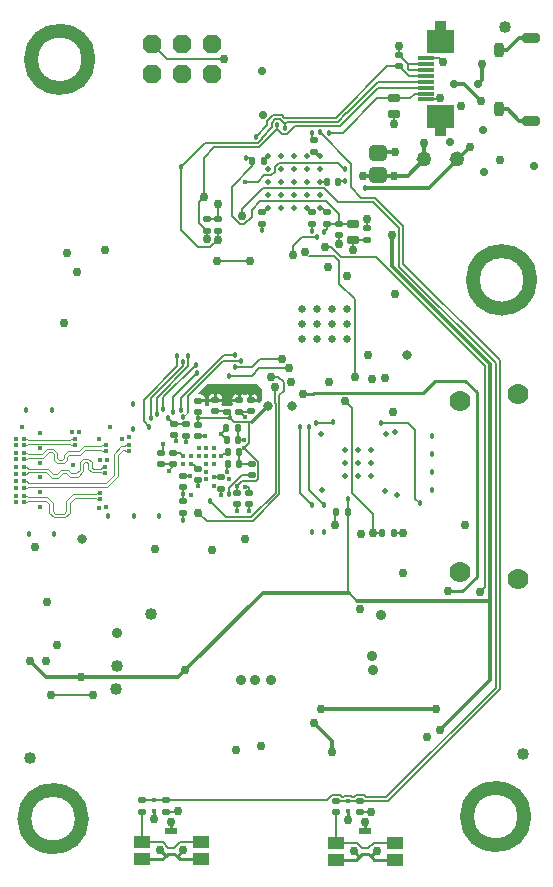
<source format=gbl>
G04 Layer_Physical_Order=4*
G04 Layer_Color=16711680*
%FSLAX24Y24*%
%MOIN*%
G70*
G01*
G75*
%ADD10C,0.0450*%
G04:AMPARAMS|DCode=11|XSize=22mil|YSize=24mil|CornerRadius=4.4mil|HoleSize=0mil|Usage=FLASHONLY|Rotation=270.000|XOffset=0mil|YOffset=0mil|HoleType=Round|Shape=RoundedRectangle|*
%AMROUNDEDRECTD11*
21,1,0.0220,0.0152,0,0,270.0*
21,1,0.0132,0.0240,0,0,270.0*
1,1,0.0088,-0.0076,-0.0066*
1,1,0.0088,-0.0076,0.0066*
1,1,0.0088,0.0076,0.0066*
1,1,0.0088,0.0076,-0.0066*
%
%ADD11ROUNDEDRECTD11*%
G04:AMPARAMS|DCode=12|XSize=22mil|YSize=24mil|CornerRadius=4.4mil|HoleSize=0mil|Usage=FLASHONLY|Rotation=180.000|XOffset=0mil|YOffset=0mil|HoleType=Round|Shape=RoundedRectangle|*
%AMROUNDEDRECTD12*
21,1,0.0220,0.0152,0,0,180.0*
21,1,0.0132,0.0240,0,0,180.0*
1,1,0.0088,-0.0066,0.0076*
1,1,0.0088,0.0066,0.0076*
1,1,0.0088,0.0066,-0.0076*
1,1,0.0088,-0.0066,-0.0076*
%
%ADD12ROUNDEDRECTD12*%
%ADD15R,0.0157X0.0118*%
G04:AMPARAMS|DCode=18|XSize=29.1mil|YSize=39.4mil|CornerRadius=5.8mil|HoleSize=0mil|Usage=FLASHONLY|Rotation=90.000|XOffset=0mil|YOffset=0mil|HoleType=Round|Shape=RoundedRectangle|*
%AMROUNDEDRECTD18*
21,1,0.0291,0.0277,0,0,90.0*
21,1,0.0175,0.0394,0,0,90.0*
1,1,0.0117,0.0139,0.0087*
1,1,0.0117,0.0139,-0.0087*
1,1,0.0117,-0.0139,-0.0087*
1,1,0.0117,-0.0139,0.0087*
%
%ADD18ROUNDEDRECTD18*%
G04:AMPARAMS|DCode=33|XSize=52mil|YSize=60mil|CornerRadius=13mil|HoleSize=0mil|Usage=FLASHONLY|Rotation=270.000|XOffset=0mil|YOffset=0mil|HoleType=Round|Shape=RoundedRectangle|*
%AMROUNDEDRECTD33*
21,1,0.0520,0.0340,0,0,270.0*
21,1,0.0260,0.0600,0,0,270.0*
1,1,0.0260,-0.0170,-0.0130*
1,1,0.0260,-0.0170,0.0130*
1,1,0.0260,0.0170,0.0130*
1,1,0.0260,0.0170,-0.0130*
%
%ADD33ROUNDEDRECTD33*%
G04:AMPARAMS|DCode=45|XSize=40mil|YSize=40mil|CornerRadius=20mil|HoleSize=0mil|Usage=FLASHONLY|Rotation=90.000|XOffset=0mil|YOffset=0mil|HoleType=Round|Shape=RoundedRectangle|*
%AMROUNDEDRECTD45*
21,1,0.0400,0.0000,0,0,90.0*
21,1,0.0000,0.0400,0,0,90.0*
1,1,0.0400,0.0000,0.0000*
1,1,0.0400,0.0000,0.0000*
1,1,0.0400,0.0000,0.0000*
1,1,0.0400,0.0000,0.0000*
%
%ADD45ROUNDEDRECTD45*%
%ADD46C,0.0050*%
%ADD47C,0.0060*%
%ADD48C,0.0070*%
%ADD49C,0.0120*%
%ADD50C,0.0100*%
%ADD51C,0.0080*%
%ADD52C,0.0040*%
%ADD54C,0.0240*%
%ADD63P,0.0671X8X202.5*%
%ADD64C,0.0700*%
G04:AMPARAMS|DCode=65|XSize=61mil|YSize=35mil|CornerRadius=14mil|HoleSize=0mil|Usage=FLASHONLY|Rotation=180.000|XOffset=0mil|YOffset=0mil|HoleType=Round|Shape=RoundedRectangle|*
%AMROUNDEDRECTD65*
21,1,0.0610,0.0070,0,0,180.0*
21,1,0.0330,0.0350,0,0,180.0*
1,1,0.0280,-0.0165,0.0035*
1,1,0.0280,0.0165,0.0035*
1,1,0.0280,0.0165,-0.0035*
1,1,0.0280,-0.0165,-0.0035*
%
%ADD65ROUNDEDRECTD65*%
G04:AMPARAMS|DCode=66|XSize=49.2mil|YSize=36.6mil|CornerRadius=14.6mil|HoleSize=0mil|Usage=FLASHONLY|Rotation=90.000|XOffset=0mil|YOffset=0mil|HoleType=Round|Shape=RoundedRectangle|*
%AMROUNDEDRECTD66*
21,1,0.0492,0.0073,0,0,90.0*
21,1,0.0199,0.0366,0,0,90.0*
1,1,0.0293,0.0037,0.0100*
1,1,0.0293,0.0037,-0.0100*
1,1,0.0293,-0.0037,-0.0100*
1,1,0.0293,-0.0037,0.0100*
%
%ADD66ROUNDEDRECTD66*%
%ADD67C,0.0300*%
%ADD68C,0.0180*%
%ADD69C,0.0160*%
%ADD70C,0.0290*%
%ADD71C,0.0260*%
%ADD72C,0.0350*%
%ADD73C,0.0400*%
%ADD74C,0.0360*%
%ADD75C,0.0197*%
%ADD76C,0.0320*%
%ADD77C,0.0200*%
%ADD90R,0.0551X0.0118*%
%ADD91R,0.0551X0.0413*%
%ADD92R,0.0433X0.0197*%
G04:AMPARAMS|DCode=93|XSize=50mil|YSize=50mil|CornerRadius=25mil|HoleSize=0mil|Usage=FLASHONLY|Rotation=90.000|XOffset=0mil|YOffset=0mil|HoleType=Round|Shape=RoundedRectangle|*
%AMROUNDEDRECTD93*
21,1,0.0500,0.0000,0,0,90.0*
21,1,0.0000,0.0500,0,0,90.0*
1,1,0.0500,0.0000,0.0000*
1,1,0.0500,0.0000,0.0000*
1,1,0.0500,0.0000,0.0000*
1,1,0.0500,0.0000,0.0000*
%
%ADD93ROUNDEDRECTD93*%
G36*
X14705Y27957D02*
X14980D01*
Y27189D01*
X14075D01*
Y27957D01*
X14350D01*
Y28232D01*
X14705D01*
Y27957D01*
D02*
G37*
G36*
X14980Y24689D02*
X14705D01*
Y24413D01*
X14350D01*
Y24689D01*
X14075D01*
Y25457D01*
X14980D01*
Y24689D01*
D02*
G37*
G36*
X8580Y15990D02*
Y15630D01*
X8481Y15531D01*
X8456Y15538D01*
X8433Y15554D01*
Y15560D01*
X8210D01*
Y15610D01*
X8160D01*
Y15823D01*
X8134D01*
X8078Y15812D01*
X8049Y15793D01*
X8000Y15777D01*
X7952Y15809D01*
X7896Y15820D01*
X7870D01*
Y15607D01*
X7820D01*
Y15557D01*
X7597D01*
Y15541D01*
X7608Y15485D01*
X7618Y15470D01*
X7592Y15420D01*
X7256D01*
X7230Y15470D01*
X7242Y15488D01*
X7253Y15544D01*
Y15560D01*
X6807D01*
Y15544D01*
X6818Y15488D01*
X6830Y15470D01*
X6804Y15420D01*
X6700D01*
X6672Y15467D01*
X6672Y15470D01*
X6683Y15524D01*
Y15540D01*
X6460D01*
Y15640D01*
X6683D01*
Y15656D01*
X6672Y15712D01*
X6640Y15760D01*
X6592Y15792D01*
X6536Y15803D01*
X6468D01*
X6449Y15849D01*
X6740Y16140D01*
X8430D01*
X8580Y15990D01*
D02*
G37*
%LPC*%
G36*
X8286Y15823D02*
X8260D01*
Y15660D01*
X8433D01*
Y15676D01*
X8422Y15732D01*
X8390Y15780D01*
X8342Y15812D01*
X8286Y15823D01*
D02*
G37*
G36*
X7106D02*
X7080D01*
Y15660D01*
X7253D01*
Y15676D01*
X7242Y15732D01*
X7210Y15780D01*
X7162Y15812D01*
X7106Y15823D01*
D02*
G37*
G36*
X6980D02*
X6954D01*
X6898Y15812D01*
X6850Y15780D01*
X6818Y15732D01*
X6807Y15676D01*
Y15660D01*
X6980D01*
Y15823D01*
D02*
G37*
G36*
X7770Y15820D02*
X7744D01*
X7688Y15809D01*
X7640Y15777D01*
X7608Y15729D01*
X7597Y15673D01*
Y15657D01*
X7770D01*
Y15820D01*
D02*
G37*
%LPD*%
D10*
X2580Y1660D02*
G03*
X2580Y1660I-960J0D01*
G01*
X2800Y26970D02*
G03*
X2800Y26970I-960J0D01*
G01*
X17530Y19620D02*
G03*
X17530Y19620I-960J0D01*
G01*
X17330Y1730D02*
G03*
X17330Y1730I-960J0D01*
G01*
D11*
X4577Y2276D02*
D03*
Y1897D02*
D03*
X11043Y2246D02*
D03*
Y1867D02*
D03*
X13140Y26751D02*
D03*
Y27130D02*
D03*
X5374Y2276D02*
D03*
Y1897D02*
D03*
X11841Y2246D02*
D03*
Y1867D02*
D03*
X10260Y21870D02*
D03*
Y21493D02*
D03*
X12090Y20960D02*
D03*
Y21337D02*
D03*
X11140Y21110D02*
D03*
Y21487D02*
D03*
X10740Y21870D02*
D03*
Y21493D02*
D03*
X10320Y23890D02*
D03*
Y24267D02*
D03*
X8590Y21870D02*
D03*
Y21493D02*
D03*
X6460Y15590D02*
D03*
Y15213D02*
D03*
X7030Y15610D02*
D03*
Y15233D02*
D03*
X5950Y12710D02*
D03*
Y13087D02*
D03*
X6060Y14430D02*
D03*
Y14807D02*
D03*
X8210Y15610D02*
D03*
Y15233D02*
D03*
X5950Y11860D02*
D03*
Y12237D02*
D03*
X6450Y13330D02*
D03*
Y12953D02*
D03*
X5230Y13850D02*
D03*
Y13473D02*
D03*
X6460Y14780D02*
D03*
Y14403D02*
D03*
X7430Y15230D02*
D03*
Y15607D02*
D03*
X7760Y12510D02*
D03*
Y12133D02*
D03*
X5630Y13470D02*
D03*
Y13847D02*
D03*
X5660Y14830D02*
D03*
Y14453D02*
D03*
X7220Y12660D02*
D03*
Y13037D02*
D03*
X7820Y15230D02*
D03*
Y15607D02*
D03*
X8160Y12510D02*
D03*
Y12133D02*
D03*
X8250Y13479D02*
D03*
Y13100D02*
D03*
X6740Y21261D02*
D03*
Y21640D02*
D03*
X7124Y21261D02*
D03*
Y21640D02*
D03*
D12*
X10750Y22880D02*
D03*
X11127D02*
D03*
X8640Y23570D02*
D03*
X8263D02*
D03*
X7440Y13470D02*
D03*
X7817D02*
D03*
X7400Y14670D02*
D03*
X7777D02*
D03*
X7816Y13878D02*
D03*
X7439D02*
D03*
X7780Y14290D02*
D03*
X7403D02*
D03*
X12970Y11170D02*
D03*
X12593D02*
D03*
X11437Y11870D02*
D03*
X11060D02*
D03*
D15*
X4970Y2274D02*
D03*
Y1919D02*
D03*
X11437Y2254D02*
D03*
Y1900D02*
D03*
D18*
X12980Y25678D02*
D03*
Y25142D02*
D03*
X11610Y21498D02*
D03*
Y20962D02*
D03*
D33*
X12461Y23854D02*
D03*
Y23100D02*
D03*
D45*
X16670Y28060D02*
D03*
X17290Y3820D02*
D03*
X860Y3670D02*
D03*
D46*
X4656Y14904D02*
Y14990D01*
Y14904D02*
X4830Y14730D01*
X5080Y15150D02*
Y15415D01*
X1565Y5778D02*
X2953D01*
X6450Y12750D02*
Y12953D01*
X7915Y13100D02*
X8210D01*
X7500Y12685D02*
X7915Y13100D01*
X7500Y12470D02*
Y12685D01*
X7817Y13470D02*
X8201D01*
X8210Y13479D01*
X7816Y13471D02*
X7817Y13470D01*
X7780Y14290D02*
X7790Y14300D01*
X7431Y13316D02*
Y13461D01*
X7440Y13470D01*
X7216Y13041D02*
X7220Y13037D01*
X5950Y13087D02*
X5954Y13091D01*
X7295Y13810D02*
X7371D01*
X7439Y13878D01*
X6060Y14430D02*
X6063Y14427D01*
X6460Y14403D02*
X6466Y14409D01*
X7279Y14414D02*
X7403Y14290D01*
X7276Y14546D02*
X7400Y14670D01*
X5660Y14443D02*
X5709Y14394D01*
X8244Y16700D02*
X8532Y16988D01*
X7690Y16700D02*
X8244D01*
X8250Y16430D02*
X8493Y16673D01*
X7496Y16430D02*
X8250D01*
D47*
X9301Y15915D02*
Y16211D01*
X9114Y16398D02*
X9301Y16211D01*
X8888Y16398D02*
X9114D01*
X6132Y16732D02*
Y17067D01*
X5945Y16742D02*
Y16880D01*
X5758Y16732D02*
Y17077D01*
X9163Y15778D02*
X9301Y15915D01*
X6752Y11575D02*
X8268D01*
X6467Y11860D02*
X6752Y11575D01*
X7395Y11713D02*
X8231D01*
X6858Y12250D02*
X7395Y11713D01*
X7326Y17129D02*
X7670D01*
X7300Y16916D02*
X7900D01*
X4656Y14990D02*
Y15630D01*
X5758Y16732D01*
X4870Y15000D02*
Y15667D01*
X5945Y16742D01*
X5080Y15415D02*
Y15680D01*
X6132Y16732D01*
X5290Y15320D02*
Y15700D01*
X6368Y16778D01*
X5610Y15220D02*
Y15708D01*
X6417Y16516D01*
X5890Y15270D02*
Y15693D01*
X7326Y17129D01*
X6120Y15220D02*
Y15736D01*
X7300Y16916D01*
X9026Y15524D02*
X9046Y15504D01*
X9026Y15524D02*
Y16043D01*
X9163Y15556D02*
X9166Y15553D01*
X9163Y15556D02*
Y15778D01*
X9166Y12473D02*
Y15553D01*
X9046Y12527D02*
Y15504D01*
X8231Y11713D02*
X9046Y12527D01*
X8268Y11575D02*
X9166Y12473D01*
D48*
X10734Y2276D02*
X10910Y2451D01*
X5374Y2276D02*
X10734D01*
X11582Y2381D02*
X11637D01*
X11555Y2408D02*
X11582Y2381D01*
X11319Y2408D02*
X11555D01*
X11292Y2381D02*
X11319Y2408D01*
X11247Y2381D02*
X11292D01*
X11177Y2451D02*
X11247Y2381D01*
X10910Y2451D02*
X11177D01*
X12044Y2381D02*
X12731D01*
X11974Y2451D02*
X12044Y2381D01*
X11707Y2451D02*
X11974D01*
X11637Y2381D02*
X11707Y2451D01*
X9852Y13100D02*
Y14705D01*
X10148Y13150D02*
Y14705D01*
X9931Y21043D02*
X10423D01*
X9626Y20738D02*
X9931Y21043D01*
X9626Y20463D02*
Y20738D01*
X5886Y23386D02*
X6695Y24195D01*
X8455D01*
X8532Y16988D02*
X9252D01*
X7933Y21978D02*
X8622Y22667D01*
X7933Y21762D02*
Y21978D01*
X11111Y22215D02*
X12283D01*
X10659Y22667D02*
X11111Y22215D01*
X8622Y22667D02*
X10659D01*
X8179Y20236D02*
X8189Y20246D01*
X7096Y20236D02*
X8179D01*
X4920Y27490D02*
X5422Y26988D01*
X7313D01*
X9428Y24884D02*
X11104D01*
X9350Y24806D02*
X9428Y24884D01*
X9181Y24975D02*
X9350Y24806D01*
Y24680D02*
Y24806D01*
X9239Y25115D02*
X9330Y25024D01*
X11104Y24884D02*
X11400Y25180D01*
X8494Y24035D02*
X9100Y24642D01*
X8570Y24309D02*
Y24364D01*
X8455Y24195D02*
X8570Y24309D01*
X6634Y22392D02*
Y23681D01*
X6988Y24035D01*
X8494D01*
X8375Y24390D02*
X8765Y24780D01*
X8570Y24364D02*
X8905Y24699D01*
Y24861D01*
X9019Y24975D01*
X9181D01*
X8961Y25115D02*
X9239D01*
X8765Y24919D02*
X8961Y25115D01*
X8765Y24780D02*
Y24919D01*
X4577Y2276D02*
X5374D01*
X5950Y12237D02*
X5960Y12247D01*
X9100Y24642D02*
Y24780D01*
X8493Y16673D02*
X9488D01*
X6739Y20972D02*
Y21260D01*
X7113Y21250D02*
X7124Y21261D01*
X7113Y20952D02*
Y21250D01*
X6470Y21529D02*
X6739Y21260D01*
X5886Y21274D02*
Y23386D01*
Y21274D02*
X6460Y20700D01*
X6861D01*
X7113Y20952D01*
X6470Y21529D02*
Y22228D01*
X6634Y22392D01*
X12283Y22215D02*
X13160Y21338D01*
Y20060D02*
Y21338D01*
Y20060D02*
X16368Y16852D01*
X12731Y2381D02*
X16368Y6018D01*
Y16852D01*
D49*
X11759Y8930D02*
X16170D01*
X10925Y3868D02*
Y4232D01*
X10325Y4833D02*
X10925Y4232D01*
X2530Y6378D02*
X5795D01*
X1388D02*
X2530D01*
X866Y6900D02*
X1388Y6378D01*
X5795D02*
X6024Y6607D01*
X12992Y23091D02*
X13451D01*
X11959D02*
X12992D01*
X12008Y22683D02*
X14137D01*
X14140Y22680D01*
X15510Y24050D01*
X13451Y23091D02*
X14000Y23640D01*
X15000Y26150D02*
X15310D01*
X15890Y25570D01*
X12560Y23870D02*
X13010D01*
X14000Y23640D02*
Y24180D01*
X15780Y26150D02*
X15920Y26290D01*
Y26800D01*
X16487Y27274D02*
X16753D01*
X17146Y27668D01*
X17550D01*
X16487Y25306D02*
X16771D01*
X17165Y24912D01*
X17550D01*
X14518Y4616D02*
X16170Y6268D01*
X10540Y5320D02*
X14370D01*
X6024Y6607D02*
X8610Y9193D01*
X11496D01*
X12906Y20077D02*
X16170Y16812D01*
X12906Y20077D02*
Y21110D01*
X16170Y6268D02*
Y8930D01*
Y16812D01*
X8266Y14870D02*
X8796Y15400D01*
D50*
X14790Y9240D02*
X15260D01*
X15740Y9720D01*
Y15870D01*
X15360Y16250D02*
X15740Y15870D01*
X14360Y16250D02*
X15360D01*
X13950Y15840D02*
X14360Y16250D01*
X10310Y15840D02*
X13950D01*
X10300Y15830D02*
X10310Y15840D01*
X11437Y1624D02*
Y1900D01*
X4970Y1644D02*
Y1919D01*
X5374Y413D02*
X5453Y492D01*
X5264Y303D02*
X5374Y413D01*
X5177Y600D02*
X5187D01*
X5374Y413D01*
X5758Y401D02*
X5856Y303D01*
X5667Y492D02*
X5758Y401D01*
X5945Y588D02*
Y600D01*
X5758Y401D02*
X5945Y588D01*
X11821Y390D02*
X11913Y482D01*
X11724Y293D02*
X11821Y390D01*
X11634Y577D02*
Y591D01*
Y577D02*
X11821Y390D01*
X12206Y404D02*
X12316Y293D01*
X12127Y482D02*
X12206Y404D01*
X12411Y591D02*
X12412D01*
X12402Y600D02*
X12411Y591D01*
X12206Y404D02*
X12402Y600D01*
X11913Y482D02*
X12127D01*
X11036Y293D02*
X11724D01*
X12316D02*
X13004D01*
X12020Y1248D02*
Y1504D01*
X12018Y1535D02*
Y1551D01*
X12030Y1563D01*
X5551Y1553D02*
X5560Y1544D01*
X5560Y1258D02*
Y1495D01*
X4576Y303D02*
X5264D01*
X5453Y492D02*
X5667D01*
X5856Y303D02*
X6544D01*
X8590Y21870D02*
X8734Y22014D01*
X9940Y15830D02*
X10300D01*
D51*
X6251Y13463D02*
X6317D01*
X6450Y13330D01*
X5300Y13920D02*
Y14160D01*
X5230Y13850D02*
X5300Y13920D01*
X5858Y13847D02*
X5955Y13750D01*
X5630Y13847D02*
X5858D01*
X10148Y12612D02*
X10646Y12113D01*
X10148Y12612D02*
Y13150D01*
X9852Y12518D02*
X10260Y12110D01*
X9852Y12518D02*
Y13100D01*
X11467Y9222D02*
Y12303D01*
X13289Y11170D02*
X13289Y11170D01*
X12970Y11170D02*
X13289D01*
X12290D02*
X12593D01*
X12290D02*
Y11800D01*
X11027Y11837D02*
X11060Y11870D01*
X11027Y11463D02*
Y11837D01*
X5470Y13260D02*
X5620Y13410D01*
X11043Y2246D02*
X12787D01*
X2530Y6378D02*
X2536Y6371D01*
X7790Y14300D02*
X7800Y14290D01*
X5217Y13470D02*
X5620D01*
X10374Y14862D02*
X10945D01*
X10955Y14872D01*
X11140Y21493D02*
X11610D01*
X10740D02*
X11140D01*
Y21487D02*
Y21493D01*
X7854Y21467D02*
X7992D01*
X11140Y21493D02*
Y21823D01*
X10728Y22234D02*
X11140Y21823D01*
X8514Y22234D02*
X10728D01*
X8238Y21959D02*
X8514Y22234D01*
X8238Y21713D02*
Y21959D01*
X7992Y21467D02*
X8238Y21713D01*
X7579Y21742D02*
X7854Y21467D01*
X7579Y21742D02*
Y22726D01*
X8263Y23411D01*
Y23570D01*
X8445Y22884D02*
X8666Y23105D01*
X8012Y22884D02*
X8445D01*
X8666Y23105D02*
X8880D01*
X7510Y15020D02*
Y15150D01*
X7820Y15230D02*
X8207D01*
X8010Y15040D02*
X8010D01*
X7660Y14870D02*
X8120D01*
X11307Y22900D02*
X11340D01*
X11332Y23308D02*
X11349D01*
X11900Y22360D02*
X12344D01*
X12090Y21337D02*
Y21640D01*
X11140Y20800D02*
Y21110D01*
X10640Y21230D02*
X10740Y21331D01*
Y21493D01*
X10250Y21250D02*
Y21403D01*
X10340Y21493D01*
X11549Y22710D02*
Y23492D01*
Y22710D02*
X11900Y22360D01*
X10502Y24539D02*
X11549Y23492D01*
X11280Y24528D02*
X12430Y25678D01*
X10817Y24528D02*
X11280D01*
X11119Y23521D02*
X11332Y23308D01*
X8880Y23105D02*
X9002Y23227D01*
Y23383D01*
X9141Y23521D01*
X11119D01*
X14484Y25634D02*
X14527Y25677D01*
X14035Y25634D02*
X14484D01*
X14484Y27012D02*
X14626Y26870D01*
X14035Y27012D02*
X14484D01*
X9433Y24480D02*
X9691Y24739D01*
X11178D02*
X12467Y26028D01*
X9691Y24739D02*
X11178D01*
X9334Y25027D02*
X9335Y25029D01*
X11044D01*
X12766Y26751D01*
X9262Y24480D02*
X9433D01*
X9100Y24642D02*
X9262Y24480D01*
X12467Y26028D02*
X14035D01*
X12980Y24805D02*
X12982Y24803D01*
X12980Y24805D02*
Y25142D01*
X13140Y27130D02*
Y27411D01*
X13455Y26663D02*
Y26815D01*
Y26663D02*
X13500Y26618D01*
X14035D01*
X13140Y27130D02*
X13455Y26815D01*
X14035D01*
X13470Y26421D02*
X14035D01*
X13140Y26751D02*
X13470Y26421D01*
X11404Y25176D02*
X12451Y26224D01*
X14035D01*
X12766Y26751D02*
X13140D01*
X13525Y25678D02*
X13678Y25831D01*
X12980Y25678D02*
X13525D01*
X13678Y25831D02*
X14035D01*
X12430Y25678D02*
X12980D01*
X11043Y2246D02*
X11841D01*
X11841Y2246D01*
Y1867D02*
X12218D01*
X11036Y864D02*
X11043Y872D01*
Y1867D01*
X5784Y1897D02*
X5787Y1900D01*
X5374Y1897D02*
X5784D01*
X4576Y1896D02*
X4577Y1897D01*
X4576Y874D02*
Y1896D01*
X5278Y874D02*
X5457Y695D01*
X12123Y685D02*
X12302Y864D01*
X11036D02*
X11738D01*
X11917Y685D01*
X12123D01*
X12302Y864D02*
X13004D01*
X5663Y695D02*
X5842Y874D01*
X5457Y695D02*
X5663D01*
X4576Y874D02*
X5278D01*
X5842D02*
X6544D01*
X11610Y20630D02*
Y20962D01*
X6460Y15010D02*
X6470Y15020D01*
X7760Y12740D02*
X7930Y12910D01*
X8377D01*
X8465Y12997D01*
Y13551D01*
X7760Y12510D02*
Y12740D01*
X7990Y14025D02*
X8465Y13551D01*
X7990Y14025D02*
X8140Y14175D01*
Y14850D01*
X8120Y14870D02*
X8140Y14850D01*
X7510Y15020D02*
X7660Y14870D01*
X7220Y12450D02*
Y12660D01*
X5960Y12470D02*
Y12700D01*
X5950Y12710D02*
X5960Y12700D01*
Y12381D02*
Y12470D01*
Y12247D02*
Y12381D01*
X10250Y24337D02*
Y24530D01*
Y24337D02*
X10320Y24267D01*
Y23890D02*
X10464Y23746D01*
X10526D01*
X10454D02*
X10464D01*
X10382Y23890D02*
X10526Y23746D01*
X10320Y23890D02*
X10382D01*
X8060Y23680D02*
X8106D01*
X8116Y23670D01*
X11610Y20962D02*
X11612Y20960D01*
X12090D01*
X10093Y22014D02*
X10237Y21870D01*
X10260D01*
X11297Y22910D02*
X11307Y22900D01*
X8580Y21270D02*
X8590Y21280D01*
Y21493D01*
X10612Y21988D02*
X10730Y21870D01*
X10740D01*
X8116Y23670D02*
X8145Y23698D01*
X8263Y23570D02*
Y23580D01*
X8145Y23698D02*
X8263Y23580D01*
X10526Y22880D02*
X10526Y22880D01*
X10750D01*
X11195Y22900D02*
X11287D01*
X7816Y13471D02*
Y13878D01*
X7800Y14290D02*
X7980D01*
X7780D02*
Y14667D01*
X7777Y14670D02*
X7780Y14667D01*
X7820Y15230D02*
X8010Y15040D01*
X8207Y15230D02*
X8210Y15233D01*
X7430Y15230D02*
X7510Y15150D01*
X7030Y15233D02*
X7427D01*
X7430Y15230D01*
X6460Y14780D02*
Y15010D01*
Y15213D01*
X5450Y15030D02*
X5660Y14820D01*
X6047D02*
X6060Y14807D01*
X5660Y14820D02*
X6047D01*
X5620Y13410D02*
Y13470D01*
X8020Y12730D02*
X8116D01*
X8160Y12510D02*
Y12686D01*
X8116Y12730D02*
X8160Y12686D01*
X5950Y11620D02*
Y11860D01*
X7760Y11914D02*
Y12133D01*
X7756Y11909D02*
X7760Y11914D01*
X8159Y12132D02*
X8160Y12133D01*
X8159Y11909D02*
Y12132D01*
X7816Y13878D02*
X7968Y14030D01*
X7980D01*
X7066Y13041D02*
X7216D01*
X6978D02*
X7066D01*
X5954Y13091D02*
X6104D01*
X6191D01*
X6063Y14286D02*
Y14427D01*
Y14203D02*
Y14286D01*
X6466Y14409D02*
X6614D01*
X6693D01*
X5709Y14299D02*
Y14394D01*
X8210Y15610D02*
Y15920D01*
X7820Y15607D02*
Y15930D01*
X6470Y15020D02*
X7510D01*
X7430Y15607D02*
Y15920D01*
X7124Y21640D02*
Y22134D01*
X6740Y21640D02*
X7124D01*
X8734Y22014D02*
X8794D01*
X10690Y20710D02*
X10876D01*
X11206Y20380D01*
X12370D01*
X16010Y16740D01*
X11467Y9222D02*
X11759Y8930D01*
X10143Y20417D02*
X10972D01*
X11148Y20240D01*
X12344Y22360D02*
X13295Y21408D01*
Y20165D02*
Y21408D01*
Y20165D02*
X16513Y16947D01*
X12787Y2246D02*
X16513Y5972D01*
X15860Y9230D02*
X16010Y9380D01*
X16513Y5972D02*
Y16947D01*
X16010Y9380D02*
Y16740D01*
X11670Y16390D02*
Y18970D01*
X11148Y19492D02*
X11670Y18970D01*
X11148Y19492D02*
Y20240D01*
X8120Y14870D02*
X8266D01*
X13690Y12330D02*
X13850Y12170D01*
X12559Y14862D02*
X13458D01*
X13690Y14630D01*
Y12330D02*
Y14630D01*
X11580Y12510D02*
X12290Y11800D01*
X11580Y12510D02*
Y15350D01*
X11350Y15580D02*
X11580Y15350D01*
D52*
X650Y14311D02*
X650D01*
X2180Y12190D02*
X2340Y12350D01*
X2060Y12240D02*
X2290Y12470D01*
X3040Y12350D02*
X3080Y12310D01*
X2340Y12350D02*
X3040D01*
X3080Y12310D02*
X3180D01*
X781Y12261D02*
X1379D01*
X740Y12220D02*
X781Y12261D01*
X640Y12220D02*
X740D01*
X1650Y11700D02*
X2030D01*
X3080Y12510D02*
X3180D01*
X3040Y12470D02*
X3080Y12510D01*
X2290Y12470D02*
X3040D01*
X740Y12421D02*
X780Y12381D01*
X1429D01*
X1700Y11820D02*
X1980D01*
X1930Y13620D02*
X1980Y13670D01*
X1760Y13670D02*
X1810Y13620D01*
X790Y12850D02*
X3380D01*
X3430Y12730D02*
X3770Y13070D01*
X780Y12730D02*
X3430D01*
X2160Y13780D02*
X2530D01*
X2100Y13720D02*
X2160Y13780D01*
X2100Y13620D02*
Y13720D01*
X2030Y13550D02*
X2100Y13620D01*
X2030Y13550D02*
X2030D01*
X1980Y13500D02*
X2030Y13550D01*
X2110Y13900D02*
X2480D01*
X1980Y13770D02*
X2110Y13900D01*
X1980Y13670D02*
Y13770D01*
X1760Y13670D02*
Y13850D01*
X1570Y13870D02*
X1640Y13800D01*
X1480Y13870D02*
X1570D01*
X1290Y13680D02*
X1480Y13870D01*
X740Y13640D02*
X780Y13680D01*
X640Y13640D02*
X740D01*
X3260Y13910D02*
X3370D01*
X2700Y13950D02*
X3220D01*
X3260Y13910D01*
X2565Y13815D02*
X2700Y13950D01*
X2565Y13815D02*
X2565D01*
X2530Y13780D02*
X2565Y13815D01*
X1620Y13990D02*
X1760Y13850D01*
X1430Y13990D02*
X1620D01*
X1240Y13800D02*
X1430Y13990D01*
X740Y13840D02*
X780Y13800D01*
X640Y13840D02*
X740D01*
X3260Y14110D02*
X3370D01*
X3220Y14070D02*
X3260Y14110D01*
X2650Y14070D02*
X3220D01*
X2480Y13900D02*
X2650Y14070D01*
X4040Y13910D02*
X4140D01*
X4000Y13950D02*
X4040Y13910D01*
X3940Y13950D02*
X4000D01*
X3770Y13780D02*
X3940Y13950D01*
X3770Y13070D02*
Y13780D01*
X740Y12690D02*
X780Y12730D01*
X640Y12690D02*
X740D01*
X4040Y14110D02*
X4140D01*
X4000Y14070D02*
X4040Y14110D01*
X3890Y14070D02*
X4000D01*
X3650Y13120D02*
Y13830D01*
X3890Y14070D01*
X640Y12900D02*
X740D01*
X3380Y12850D02*
X3650Y13120D01*
X740Y12900D02*
X790Y12850D01*
X5950Y15050D02*
X6120Y15220D01*
X1391Y13210D02*
X1581Y13020D01*
X1790D01*
X1940Y13170D01*
X640Y13150D02*
X740D01*
X800Y13210D01*
X1391D01*
X1940Y13170D02*
X2060D01*
X2630Y13486D02*
X2679Y13534D01*
X2741D01*
X2909Y13210D02*
X3210D01*
X3250Y13170D01*
X2741Y13534D02*
X2790Y13486D01*
Y13329D02*
X2909Y13210D01*
X2790Y13329D02*
Y13486D01*
X3250Y13170D02*
X3350D01*
X780Y13330D02*
X1440D01*
X1740Y13140D02*
X1890Y13290D01*
X1630Y13140D02*
X1740D01*
X1440Y13330D02*
X1630Y13140D01*
X2110Y13290D02*
X2230Y13170D01*
X2390D02*
X2510Y13290D01*
X2230Y13170D02*
X2390D01*
X1890Y13290D02*
X2110D01*
X2510Y13290D02*
Y13535D01*
X640Y13370D02*
X740D01*
X780Y13330D01*
X2510Y13535D02*
X2629Y13654D01*
X2959Y13330D02*
X3210D01*
X3250Y13370D01*
X3350D01*
X2791Y13654D02*
X2910Y13535D01*
X2629Y13654D02*
X2791D01*
X2910Y13379D02*
X2959Y13330D01*
X2910Y13379D02*
Y13535D01*
X2630Y13240D02*
Y13486D01*
X2060Y13170D02*
X2180Y13050D01*
X2440D01*
X2630Y13240D01*
X750Y14120D02*
X790Y14160D01*
X650Y14120D02*
X750D01*
X2230D02*
X2340D01*
X790Y14160D02*
X2190D01*
X2230Y14120D01*
X750Y14320D02*
X790Y14280D01*
X2190D01*
X2230Y14320D01*
X650D02*
X750D01*
X2230D02*
X2340D01*
X780Y13680D02*
X1290D01*
X780Y13800D02*
X1240D01*
X1640Y13620D02*
X1760Y13500D01*
X1640Y13620D02*
Y13800D01*
X1760Y13500D02*
X1980D01*
X1810Y13620D02*
X1930D01*
X1500Y11850D02*
X1650Y11700D01*
X1500Y11850D02*
Y12140D01*
X1379Y12261D02*
X1500Y12140D01*
X1620Y11900D02*
X1700Y11820D01*
X1620Y11900D02*
Y12190D01*
X1429Y12381D02*
X1620Y12190D01*
X7431Y13228D02*
Y13316D01*
X7224Y13750D02*
X7284Y13810D01*
X7295D01*
X7210Y14480D02*
X7213D01*
X7279Y14414D01*
X7210Y14480D02*
Y14480D01*
X7276Y14546D01*
X5709Y14250D02*
Y14299D01*
X1980Y11820D02*
X2060Y11900D01*
Y12240D01*
X2030Y11700D02*
X2180Y11850D01*
Y12190D01*
X640Y12421D02*
X640D01*
X740D01*
D54*
X4889Y8487D02*
X4928D01*
D63*
X6920Y27490D02*
D03*
Y26490D02*
D03*
X5920Y27490D02*
D03*
Y26490D02*
D03*
X4920Y27490D02*
D03*
Y26490D02*
D03*
D64*
X17120Y15821D02*
D03*
Y9639D02*
D03*
X15171Y15584D02*
D03*
Y9876D02*
D03*
D65*
X17550Y27668D02*
D03*
Y24912D02*
D03*
D66*
X16487Y25306D02*
D03*
Y27274D02*
D03*
D67*
X14790Y9240D02*
D03*
X9560Y16220D02*
D03*
X12290Y11170D02*
D03*
X11027Y11463D02*
D03*
X5020Y10650D02*
D03*
X6919Y10620D02*
D03*
X8010Y10966D02*
D03*
X14518Y4616D02*
D03*
X14081Y4366D02*
D03*
X10925Y3868D02*
D03*
X10325Y4833D02*
D03*
X11841Y8632D02*
D03*
X2536Y6371D02*
D03*
X866Y6900D02*
D03*
X2953Y5778D02*
D03*
X1565D02*
D03*
X10827Y16220D02*
D03*
X9252Y16988D02*
D03*
X9488Y16673D02*
D03*
X8888Y16398D02*
D03*
X9626Y20463D02*
D03*
X1407Y8898D02*
D03*
X1400Y6917D02*
D03*
X7933Y21762D02*
D03*
X8535Y4073D02*
D03*
X6024Y6607D02*
D03*
X12906Y21110D02*
D03*
X1763Y7440D02*
D03*
X6467Y11860D02*
D03*
X9026Y16043D02*
D03*
X8189Y20246D02*
D03*
X7096Y20236D02*
D03*
X12090Y21640D02*
D03*
X11140Y20800D02*
D03*
X12992Y23091D02*
D03*
X7313Y26988D02*
D03*
X11959Y23091D02*
D03*
X14527Y25677D02*
D03*
X14626Y26870D02*
D03*
X12982Y24803D02*
D03*
X13140Y27411D02*
D03*
X6634Y22392D02*
D03*
X12218Y1867D02*
D03*
X11437Y1624D02*
D03*
X5787Y1900D02*
D03*
X4970Y1644D02*
D03*
X5177Y600D02*
D03*
X5945Y600D02*
D03*
X11634Y591D02*
D03*
X12412Y591D02*
D03*
X12018Y1535D02*
D03*
X5551Y1553D02*
D03*
X12953Y15217D02*
D03*
X11610Y20630D02*
D03*
X11433Y19760D02*
D03*
X13289Y11170D02*
D03*
X11869Y11153D02*
D03*
X13032Y19154D02*
D03*
X10796Y20050D02*
D03*
X12126Y17116D02*
D03*
X1993Y18177D02*
D03*
X2093Y20517D02*
D03*
X2403Y19867D02*
D03*
X3353Y20617D02*
D03*
X13010Y23870D02*
D03*
X14000Y24180D02*
D03*
X15510Y24050D02*
D03*
X16520Y23630D02*
D03*
X15210Y25410D02*
D03*
X15890Y25570D02*
D03*
X15920Y26800D02*
D03*
X7728Y3946D02*
D03*
X13268Y9862D02*
D03*
X9940Y15830D02*
D03*
X8210Y15920D02*
D03*
X7820Y15930D02*
D03*
X7430Y15920D02*
D03*
X6739Y20972D02*
D03*
X7113Y20952D02*
D03*
X7124Y22134D02*
D03*
X10540Y5320D02*
D03*
X14370D02*
D03*
X10020Y20540D02*
D03*
X10690Y20710D02*
D03*
X15860Y9230D02*
D03*
X12670Y16350D02*
D03*
X12260Y16330D02*
D03*
X11350Y15580D02*
D03*
X15340Y11450D02*
D03*
X11670Y16390D02*
D03*
X1012Y10708D02*
D03*
D68*
X10260Y12110D02*
D03*
X4830Y14730D02*
D03*
X4870Y15000D02*
D03*
X5080Y15150D02*
D03*
X5290Y15320D02*
D03*
X4300Y14647D02*
D03*
X4290Y15493D02*
D03*
X4307Y11735D02*
D03*
X3461D02*
D03*
X5154D02*
D03*
X10250Y11227D02*
D03*
X9852Y14705D02*
D03*
X10148D02*
D03*
X10374Y14862D02*
D03*
X5886Y23386D02*
D03*
X6417Y16516D02*
D03*
X6368Y16778D02*
D03*
X6132Y17067D02*
D03*
X5945Y16880D02*
D03*
X5758Y17077D02*
D03*
X728Y15266D02*
D03*
X1575Y15276D02*
D03*
X807Y11132D02*
D03*
X1634Y11142D02*
D03*
X10423Y21043D02*
D03*
X11340Y22900D02*
D03*
X11349Y23308D02*
D03*
X10640Y21230D02*
D03*
X10250Y21250D02*
D03*
X12008Y22683D02*
D03*
X10817Y24528D02*
D03*
X10502Y24539D02*
D03*
X8375Y24390D02*
D03*
X12559Y14862D02*
D03*
X11467Y12303D02*
D03*
X10656Y11230D02*
D03*
X10646Y12113D02*
D03*
X10955Y14872D02*
D03*
X6858Y12250D02*
D03*
X5890Y15270D02*
D03*
X5950Y15050D02*
D03*
X5610Y15220D02*
D03*
X5450Y15030D02*
D03*
X5960Y12470D02*
D03*
X9100Y24780D02*
D03*
X9350Y24680D02*
D03*
X10250Y24530D02*
D03*
X8060Y23680D02*
D03*
X8580Y21270D02*
D03*
X7500Y12470D02*
D03*
X5950Y11620D02*
D03*
X7670Y17129D02*
D03*
X7900Y16916D02*
D03*
X7690Y16700D02*
D03*
X7496Y16430D02*
D03*
X14243Y14403D02*
D03*
X14240Y13810D02*
D03*
Y13220D02*
D03*
Y12630D02*
D03*
X13850Y12170D02*
D03*
D69*
X3180Y12310D02*
D03*
X640Y12220D02*
D03*
X3180Y12510D02*
D03*
X640Y12421D02*
D03*
Y13640D02*
D03*
X3370Y13910D02*
D03*
X640Y13840D02*
D03*
X3370Y14110D02*
D03*
X4140Y13910D02*
D03*
X640Y12690D02*
D03*
X4140Y14110D02*
D03*
X640Y12900D02*
D03*
X5470Y13260D02*
D03*
X5955Y13484D02*
D03*
Y13750D02*
D03*
X8012Y22884D02*
D03*
X6230Y13484D02*
D03*
X6732Y13228D02*
D03*
X7510Y15020D02*
D03*
X8010Y15040D02*
D03*
X7760Y12740D02*
D03*
X6988Y13484D02*
D03*
X6211Y13750D02*
D03*
X6988Y14006D02*
D03*
X6460Y15010D02*
D03*
X7220Y12450D02*
D03*
X8020Y12730D02*
D03*
X6450Y12750D02*
D03*
X1180Y13520D02*
D03*
X1190Y14510D02*
D03*
X1180Y14000D02*
D03*
Y13050D02*
D03*
Y12550D02*
D03*
Y12040D02*
D03*
X7980Y14290D02*
D03*
X6476Y14006D02*
D03*
Y13740D02*
D03*
X6732Y13484D02*
D03*
Y13750D02*
D03*
X6988Y13760D02*
D03*
X6732Y14006D02*
D03*
X6063Y14203D02*
D03*
X6693Y14409D02*
D03*
X5709Y14250D02*
D03*
X5300Y14160D02*
D03*
X6191Y13091D02*
D03*
X6220Y12461D02*
D03*
X6732Y12992D02*
D03*
X6978Y13041D02*
D03*
Y12736D02*
D03*
X7500Y12992D02*
D03*
X7431Y13228D02*
D03*
X7224Y13750D02*
D03*
X7210Y14480D02*
D03*
X7756Y11909D02*
D03*
X8159D02*
D03*
X640Y13150D02*
D03*
X3350Y13170D02*
D03*
X640Y13370D02*
D03*
X3350D02*
D03*
X7980Y14030D02*
D03*
X650Y14120D02*
D03*
X2340D02*
D03*
X650Y14320D02*
D03*
X2340D02*
D03*
X3140Y12000D02*
D03*
X2240Y14560D02*
D03*
X3150Y14320D02*
D03*
X3410Y13630D02*
D03*
X3200D02*
D03*
X3920Y14320D02*
D03*
X2290Y13450D02*
D03*
X3400Y12050D02*
D03*
X4160Y14390D02*
D03*
X3520Y14710D02*
D03*
X2490Y14560D02*
D03*
X590Y14700D02*
D03*
X370Y12220D02*
D03*
Y12420D02*
D03*
Y12690D02*
D03*
Y12900D02*
D03*
Y13150D02*
D03*
Y13370D02*
D03*
Y13640D02*
D03*
Y13840D02*
D03*
Y14120D02*
D03*
Y14320D02*
D03*
D70*
X15000Y26150D02*
D03*
X8603Y25119D02*
D03*
X14867Y24211D02*
D03*
X8580Y26580D02*
D03*
X15780Y26150D02*
D03*
X1620Y754D02*
D03*
Y2566D02*
D03*
X2526Y1660D02*
D03*
X714D02*
D03*
X1840Y26064D02*
D03*
Y27876D02*
D03*
X2746Y26970D02*
D03*
X934D02*
D03*
X16570Y18714D02*
D03*
Y20526D02*
D03*
X17476Y19620D02*
D03*
X15664D02*
D03*
X16370Y824D02*
D03*
Y2636D02*
D03*
X17276Y1730D02*
D03*
X15464D02*
D03*
X15990Y23223D02*
D03*
X15947Y24621D02*
D03*
X17663Y23430D02*
D03*
D71*
X9933Y18640D02*
D03*
Y18140D02*
D03*
Y17640D02*
D03*
X11433D02*
D03*
X10933D02*
D03*
X10433D02*
D03*
Y18640D02*
D03*
Y18140D02*
D03*
X11433D02*
D03*
Y18640D02*
D03*
X10933D02*
D03*
Y18140D02*
D03*
D72*
X3747Y7857D02*
D03*
D73*
Y6754D02*
D03*
X3708Y5967D02*
D03*
X4889Y8487D02*
D03*
D74*
X12293Y6624D02*
D03*
X12254Y7096D02*
D03*
X12559Y8435D02*
D03*
X8880Y6269D02*
D03*
X7886Y6279D02*
D03*
X8358D02*
D03*
D75*
X8794Y23746D02*
D03*
X9227D02*
D03*
X9660D02*
D03*
X10093D02*
D03*
X10526D02*
D03*
X8794Y23313D02*
D03*
X9227D02*
D03*
X9660D02*
D03*
X10093D02*
D03*
X10526D02*
D03*
X8794Y22880D02*
D03*
X9227D02*
D03*
X9660D02*
D03*
X10093D02*
D03*
X10526D02*
D03*
X8794Y22447D02*
D03*
X9227D02*
D03*
X9660D02*
D03*
X10093D02*
D03*
X10526D02*
D03*
X8794Y22014D02*
D03*
X9227D02*
D03*
X9660D02*
D03*
X10093D02*
D03*
X10526D02*
D03*
X11337Y13953D02*
D03*
X11770D02*
D03*
X12203D02*
D03*
X11337Y13520D02*
D03*
X11770D02*
D03*
X12203D02*
D03*
X11337Y13087D02*
D03*
X11770D02*
D03*
X12203D02*
D03*
D76*
X2580Y10980D02*
D03*
X8796Y15400D02*
D03*
X9600D02*
D03*
X13414Y17116D02*
D03*
D77*
X13020Y14560D02*
D03*
X12710Y14490D02*
D03*
X12700Y12590D02*
D03*
X13080Y12450D02*
D03*
X10590Y12620D02*
D03*
X10540Y14470D02*
D03*
D90*
X14035Y27012D02*
D03*
Y26815D02*
D03*
Y26618D02*
D03*
Y26421D02*
D03*
Y26224D02*
D03*
Y26028D02*
D03*
Y25831D02*
D03*
Y25634D02*
D03*
D91*
X13004Y864D02*
D03*
X11036D02*
D03*
X13004Y293D02*
D03*
X11036D02*
D03*
X4576Y303D02*
D03*
X6544D02*
D03*
X4576Y874D02*
D03*
X6544D02*
D03*
D92*
X12020Y1248D02*
D03*
X5560Y1258D02*
D03*
D93*
X14000Y23640D02*
D03*
X15090D02*
D03*
M02*

</source>
